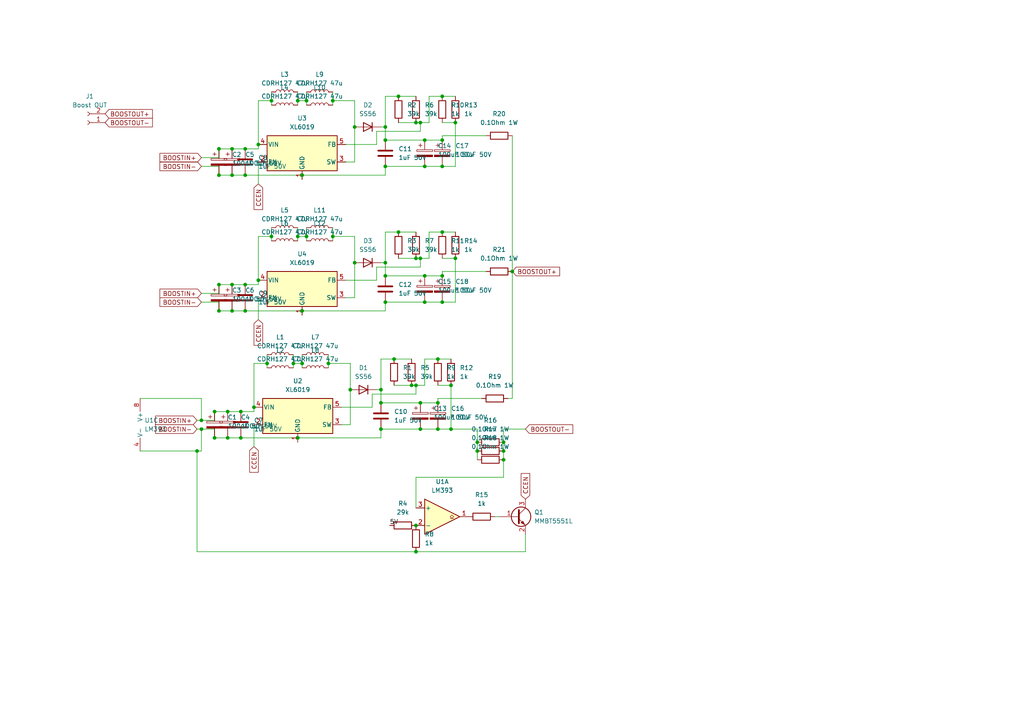
<source format=kicad_sch>
(kicad_sch (version 20230121) (generator eeschema)
  (paper "A4")
  (lib_symbols
    (symbol "Comparator:LM393" (pin_names (offset 0.127))
      (property "Reference" "U" (at 3.81 3.81 0))
      (property "Value" "LM393" (at 6.35 -3.81 0))
      (symbol "LM393_1_1"
        (polyline (pts (xy -5.08 5.08) (xy 5.08 0) (xy -5.08 -5.08) (xy -5.08 5.08)) (stroke (width 0.254)) (fill (type background)))
        (polyline (pts (xy 3.302 -0.508) (xy 2.794 -0.508) (xy 3.302 0) (xy 2.794 0.508) (xy 2.286 0) (xy 2.794 -0.508) (xy 2.286 -0.508)) (stroke (width 0.127)))
        (pin open_collector line (at 7.62 0 180) (length 2.54) (name "~") (number "1"))
        (pin input line (at -7.62 -2.54 0) (length 2.54) (name "-") (number "2"))
        (pin input line (at -7.62 2.54 0) (length 2.54) (name "+") (number "3"))
      )
      (symbol "LM393_2_1"
        (polyline (pts (xy -5.08 5.08) (xy 5.08 0) (xy -5.08 -5.08) (xy -5.08 5.08)) (stroke (width 0.254)) (fill (type background)))
        (polyline (pts (xy 3.302 -0.508) (xy 2.794 -0.508) (xy 3.302 0) (xy 2.794 0.508) (xy 2.286 0) (xy 2.794 -0.508) (xy 2.286 -0.508)) (stroke (width 0.127)))
        (pin input line (at -7.62 2.54 0) (length 2.54) (name "+") (number "5"))
        (pin input line (at -7.62 -2.54 0) (length 2.54) (name "-") (number "6"))
        (pin open_collector line (at 7.62 0 180) (length 2.54) (name "~") (number "7"))
      )
      (symbol "LM393_3_1"
        (pin power_in line (at -2.54 -7.62 90) (length 3.81) (name "V-") (number "4"))
        (pin power_in line (at -2.54 7.62 270) (length 3.81) (name "V+") (number "8"))
      )
    )
    (symbol "Connector:Conn_01x02_Socket" (pin_names (offset 1.016) hide)
      (property "Reference" "J" (at 0 2.54 0))
      (property "Value" "Conn_01x02_Socket" (at 0 -5.08 0))
      (symbol "Conn_01x02_Socket_1_1"
        (arc (start 0 -2.032) (mid -0.5058 -2.54) (end 0 -3.048) (stroke (width 0.1524)))
        (polyline (pts (xy -1.27 -2.54) (xy -0.508 -2.54)) (stroke (width 0.1524)))
        (polyline (pts (xy -1.27 0) (xy -0.508 0)) (stroke (width 0.1524)))
        (arc (start 0 0.508) (mid -0.5058 0) (end 0 -0.508) (stroke (width 0.1524)))
        (pin passive line (at -5.08 0 0) (length 3.81) (name "Pin_1") (number "1"))
        (pin passive line (at -5.08 -2.54 0) (length 3.81) (name "Pin_2") (number "2"))
      )
    )
    (symbol "Device:C" (pin_numbers hide) (pin_names (offset 0.254))
      (property "Reference" "C" (at 0.635 2.54 0))
      (property "Value" "C" (at 0.635 -2.54 0))
      (symbol "C_0_1"
        (polyline (pts (xy -2.032 -0.762) (xy 2.032 -0.762)) (stroke (width 0.508)))
        (polyline (pts (xy -2.032 0.762) (xy 2.032 0.762)) (stroke (width 0.508)))
      )
      (symbol "C_1_1"
        (pin passive line (at 0 3.81 270) (length 2.794) (name "~") (number "1"))
        (pin passive line (at 0 -3.81 90) (length 2.794) (name "~") (number "2"))
      )
    )
    (symbol "Device:C_Polarized" (pin_numbers hide) (pin_names (offset 0.254))
      (property "Reference" "C" (at 0.635 2.54 0))
      (property "Value" "C_Polarized" (at 0.635 -2.54 0))
      (symbol "C_Polarized_0_1"
        (rectangle (start -2.286 0.508) (end 2.286 1.016))
        (polyline (pts (xy -1.778 2.286) (xy -0.762 2.286)))
        (polyline (pts (xy -1.27 2.794) (xy -1.27 1.778)))
        (rectangle (start 2.286 -0.508) (end -2.286 -1.016) (fill (type outline)))
      )
      (symbol "C_Polarized_1_1"
        (pin passive line (at 0 3.81 270) (length 2.794) (name "~") (number "1"))
        (pin passive line (at 0 -3.81 90) (length 2.794) (name "~") (number "2"))
      )
    )
    (symbol "Device:D" (pin_numbers hide) (pin_names (offset 1.016) hide)
      (property "Reference" "D" (at 0 2.54 0))
      (property "Value" "D" (at 0 -2.54 0))
      (symbol "D_0_1"
        (polyline (pts (xy -1.27 1.27) (xy -1.27 -1.27)) (stroke (width 0.254)))
        (polyline (pts (xy 1.27 0) (xy -1.27 0)))
        (polyline (pts (xy 1.27 1.27) (xy 1.27 -1.27) (xy -1.27 0) (xy 1.27 1.27)) (stroke (width 0.254)))
      )
      (symbol "D_1_1"
        (pin passive line (at -3.81 0 0) (length 2.54) (name "K") (number "1"))
        (pin passive line (at 3.81 0 180) (length 2.54) (name "A") (number "2"))
      )
    )
    (symbol "Device:L" (pin_numbers hide) (pin_names (offset 1.016) hide)
      (property "Reference" "L" (at -1.27 0 90))
      (property "Value" "L" (at 1.905 0 90))
      (symbol "L_0_1"
        (arc (start 0 -2.54) (mid 0.6323 -1.905) (end 0 -1.27))
        (arc (start 0 -1.27) (mid 0.6323 -0.635) (end 0 0))
        (arc (start 0 0) (mid 0.6323 0.635) (end 0 1.27))
        (arc (start 0 1.27) (mid 0.6323 1.905) (end 0 2.54))
      )
      (symbol "L_1_1"
        (pin passive line (at 0 3.81 270) (length 1.27) (name "1") (number "1"))
        (pin passive line (at 0 -3.81 90) (length 1.27) (name "2") (number "2"))
      )
    )
    (symbol "Device:R" (pin_numbers hide) (pin_names (offset 0))
      (property "Reference" "R" (at 2.032 0 90))
      (property "Value" "R" (at 0 0 90))
      (symbol "R_0_1"
        (rectangle (start -1.016 -2.54) (end 1.016 2.54) (stroke (width 0.254)))
      )
      (symbol "R_1_1"
        (pin passive line (at 0 3.81 270) (length 1.27) (name "~") (number "1"))
        (pin passive line (at 0 -3.81 90) (length 1.27) (name "~") (number "2"))
      )
    )
    (symbol "LM2576HVS-12_1" (pin_names (offset 0.254))
      (property "Reference" "U4" (at 0 10.16 0))
      (property "Value" "XL6019" (at 0 7.62 0))
      (symbol "LM2576HVS-12_1_0_1"
        (rectangle (start -10.16 5.08) (end 10.16 -5.08) (stroke (width 0.254)) (fill (type background)))
      )
      (symbol "LM2576HVS-12_1_1_1"
        (pin power_in line (at 0 -7.62 90) (length 2.54) (name "GND") (number "1"))
        (pin input line (at -12.7 -2.54 0) (length 2.54) (name "EN") (number "2"))
        (pin output line (at 12.7 -2.54 180) (length 2.54) (name "SW") (number "3"))
        (pin power_in line (at -12.7 2.54 0) (length 2.54) (name "VIN") (number "4"))
        (pin input line (at 12.7 2.54 180) (length 2.54) (name "FB") (number "5"))
      )
    )
    (symbol "Transistor_BJT:MMBT5551L" (pin_names (offset 0) hide)
      (property "Reference" "Q" (at 5.08 1.905 0))
      (property "Value" "MMBT5551L" (at 5.08 0 0))
      (symbol "MMBT5551L_0_1"
        (polyline (pts (xy 0.635 0.635) (xy 2.54 2.54)))
        (polyline (pts (xy 0.635 -0.635) (xy 2.54 -2.54) (xy 2.54 -2.54)))
        (polyline (pts (xy 0.635 1.905) (xy 0.635 -1.905) (xy 0.635 -1.905)) (stroke (width 0.508)))
        (polyline (pts (xy 1.27 -1.778) (xy 1.778 -1.27) (xy 2.286 -2.286) (xy 1.27 -1.778) (xy 1.27 -1.778)) (fill (type outline)))
        (circle (center 1.27 0) (radius 2.8194) (stroke (width 0.254)))
      )
      (symbol "MMBT5551L_1_1"
        (pin input line (at -5.08 0 0) (length 5.715) (name "B") (number "1"))
        (pin passive line (at 2.54 -5.08 90) (length 2.54) (name "E") (number "2"))
        (pin passive line (at 2.54 5.08 270) (length 2.54) (name "C") (number "3"))
      )
    )
  )
  (junction (at 86.36 29.21))
  (junction (at 71.12 90.17))
  (junction (at 101.6 113.03))
  (junction (at 123.19 40.64))
  (junction (at 132.08 35.56))
  (junction (at 71.12 50.8))
  (junction (at 146.05 130.81))
  (junction (at 67.31 50.8))
  (junction (at 120.65 152.4))
  (junction (at 86.36 68.58))
  (junction (at 121.92 35.56))
  (junction (at 62.23 127))
  (junction (at 148.59 78.74))
  (junction (at 111.76 48.26))
  (junction (at 120.65 160.02))
  (junction (at 110.49 116.84))
  (junction (at 71.12 43.18))
  (junction (at 138.43 128.27))
  (junction (at 111.76 40.64))
  (junction (at 86.36 127))
  (junction (at 128.27 27.94))
  (junction (at 120.65 111.76))
  (junction (at 88.9 68.58))
  (junction (at 120.65 74.93))
  (junction (at 66.04 119.38))
  (junction (at 78.74 68.58))
  (junction (at 57.15 130.81))
  (junction (at 58.42 121.92))
  (junction (at 102.87 76.2))
  (junction (at 111.76 87.63))
  (junction (at 120.65 35.56))
  (junction (at 67.31 90.17))
  (junction (at 87.63 90.17))
  (junction (at 127 116.84))
  (junction (at 128.27 87.63))
  (junction (at 67.31 82.55))
  (junction (at 138.43 130.81))
  (junction (at 63.5 43.18))
  (junction (at 95.25 105.41))
  (junction (at 66.04 127))
  (junction (at 127 104.14))
  (junction (at 74.93 81.28))
  (junction (at 96.52 68.58))
  (junction (at 132.08 74.93))
  (junction (at 78.74 29.21))
  (junction (at 123.19 87.63))
  (junction (at 128.27 67.31))
  (junction (at 128.27 48.26))
  (junction (at 102.87 36.83))
  (junction (at 63.5 82.55))
  (junction (at 130.81 124.46))
  (junction (at 128.27 40.64))
  (junction (at 115.57 67.31))
  (junction (at 88.9 29.21))
  (junction (at 71.12 82.55))
  (junction (at 85.09 105.41))
  (junction (at 115.57 27.94))
  (junction (at 146.05 128.27))
  (junction (at 128.27 80.01))
  (junction (at 58.42 124.46))
  (junction (at 69.85 119.38))
  (junction (at 63.5 50.8))
  (junction (at 123.19 48.26))
  (junction (at 96.52 29.21))
  (junction (at 121.92 124.46))
  (junction (at 111.76 80.01))
  (junction (at 110.49 124.46))
  (junction (at 77.47 105.41))
  (junction (at 67.31 43.18))
  (junction (at 87.63 105.41))
  (junction (at 146.05 133.35))
  (junction (at 87.63 50.8))
  (junction (at 123.19 80.01))
  (junction (at 62.23 119.38))
  (junction (at 127 124.46))
  (junction (at 121.92 74.93))
  (junction (at 111.76 36.83))
  (junction (at 119.38 111.76))
  (junction (at 121.92 116.84))
  (junction (at 74.93 41.91))
  (junction (at 110.49 113.03))
  (junction (at 111.76 76.2))
  (junction (at 63.5 90.17))
  (junction (at 73.66 118.11))
  (junction (at 69.85 127))
  (junction (at 130.81 111.76))
  (junction (at 114.3 104.14))
  (wire (pts (xy 120.65 138.43) (xy 146.05 138.43)))
  (wire (pts (xy 77.47 105.41) (xy 73.66 105.41)))
  (wire (pts (xy 67.31 50.8) (xy 71.12 50.8)))
  (wire (pts (xy 88.9 66.04) (xy 88.9 68.58)))
  (wire (pts (xy 121.92 74.93) (xy 124.46 74.93)))
  (wire (pts (xy 102.87 76.2) (xy 102.87 68.58)))
  (wire (pts (xy 130.81 124.46) (xy 127 124.46)))
  (wire (pts (xy 111.76 36.83) (xy 111.76 40.64)))
  (wire (pts (xy 87.63 102.87) (xy 87.63 105.41)))
  (wire (pts (xy 124.46 27.94) (xy 128.27 27.94)))
  (wire (pts (xy 148.59 39.37) (xy 148.59 78.74)))
  (wire (pts (xy 66.04 127) (xy 69.85 127)))
  (wire (pts (xy 100.33 81.28) (xy 109.22 81.28)))
  (wire (pts (xy 87.63 50.8) (xy 111.76 50.8)))
  (wire (pts (xy 121.92 116.84) (xy 127 116.84)))
  (wire (pts (xy 66.04 119.38) (xy 69.85 119.38)))
  (wire (pts (xy 111.76 67.31) (xy 111.76 76.2)))
  (wire (pts (xy 120.65 74.93) (xy 121.92 74.93)))
  (wire (pts (xy 62.23 119.38) (xy 66.04 119.38)))
  (wire (pts (xy 86.36 68.58) (xy 88.9 68.58)))
  (wire (pts (xy 111.76 40.64) (xy 123.19 40.64)))
  (wire (pts (xy 78.74 68.58) (xy 78.74 69.85)))
  (wire (pts (xy 77.47 102.87) (xy 77.47 105.41)))
  (wire (pts (xy 128.27 67.31) (xy 132.08 67.31)))
  (wire (pts (xy 102.87 68.58) (xy 96.52 68.58)))
  (wire (pts (xy 100.33 46.99) (xy 102.87 46.99)))
  (wire (pts (xy 109.22 41.91) (xy 109.22 38.1)))
  (wire (pts (xy 109.22 113.03) (xy 110.49 113.03)))
  (wire (pts (xy 71.12 90.17) (xy 87.63 90.17)))
  (wire (pts (xy 85.09 102.87) (xy 85.09 105.41)))
  (wire (pts (xy 119.38 104.14) (xy 114.3 104.14)))
  (wire (pts (xy 71.12 82.55) (xy 74.93 82.55)))
  (wire (pts (xy 121.92 124.46) (xy 127 124.46)))
  (wire (pts (xy 111.76 87.63) (xy 123.19 87.63)))
  (wire (pts (xy 110.49 104.14) (xy 110.49 113.03)))
  (wire (pts (xy 67.31 43.18) (xy 71.12 43.18)))
  (wire (pts (xy 120.65 27.94) (xy 115.57 27.94)))
  (wire (pts (xy 86.36 29.21) (xy 88.9 29.21)))
  (wire (pts (xy 62.23 127) (xy 66.04 127)))
  (wire (pts (xy 120.65 67.31) (xy 115.57 67.31)))
  (wire (pts (xy 123.19 40.64) (xy 128.27 40.64)))
  (wire (pts (xy 128.27 35.56) (xy 132.08 35.56)))
  (wire (pts (xy 63.5 45.72) (xy 63.5 43.18)))
  (wire (pts (xy 85.09 105.41) (xy 87.63 105.41)))
  (wire (pts (xy 63.5 48.26) (xy 63.5 50.8)))
  (wire (pts (xy 77.47 105.41) (xy 77.47 106.68)))
  (wire (pts (xy 128.27 78.74) (xy 128.27 80.01)))
  (wire (pts (xy 69.85 119.38) (xy 73.66 119.38)))
  (wire (pts (xy 110.49 124.46) (xy 121.92 124.46)))
  (wire (pts (xy 140.97 39.37) (xy 128.27 39.37)))
  (wire (pts (xy 127 104.14) (xy 130.81 104.14)))
  (wire (pts (xy 102.87 36.83) (xy 102.87 29.21)))
  (wire (pts (xy 58.42 130.81) (xy 58.42 124.46)))
  (wire (pts (xy 74.93 86.36) (xy 74.93 92.71)))
  (wire (pts (xy 58.42 87.63) (xy 63.5 87.63)))
  (wire (pts (xy 128.27 27.94) (xy 132.08 27.94)))
  (wire (pts (xy 120.65 114.3) (xy 120.65 111.76)))
  (wire (pts (xy 58.42 124.46) (xy 62.23 124.46)))
  (wire (pts (xy 78.74 68.58) (xy 74.93 68.58)))
  (wire (pts (xy 96.52 66.04) (xy 96.52 68.58)))
  (wire (pts (xy 115.57 74.93) (xy 120.65 74.93)))
  (wire (pts (xy 130.81 111.76) (xy 130.81 124.46)))
  (wire (pts (xy 100.33 86.36) (xy 102.87 86.36)))
  (wire (pts (xy 86.36 127) (xy 110.49 127)))
  (wire (pts (xy 74.93 41.91) (xy 74.93 43.18)))
  (wire (pts (xy 85.09 105.41) (xy 85.09 106.68)))
  (wire (pts (xy 73.66 123.19) (xy 73.66 129.54)))
  (wire (pts (xy 74.93 46.99) (xy 74.93 53.34)))
  (wire (pts (xy 86.36 66.04) (xy 86.36 68.58)))
  (wire (pts (xy 110.49 113.03) (xy 110.49 116.84)))
  (wire (pts (xy 62.23 124.46) (xy 62.23 127)))
  (wire (pts (xy 74.93 29.21) (xy 74.93 41.91)))
  (wire (pts (xy 123.19 80.01) (xy 128.27 80.01)))
  (wire (pts (xy 73.66 118.11) (xy 73.66 119.38)))
  (wire (pts (xy 146.05 133.35) (xy 146.05 138.43)))
  (wire (pts (xy 132.08 87.63) (xy 128.27 87.63)))
  (wire (pts (xy 123.19 111.76) (xy 123.19 104.14)))
  (wire (pts (xy 109.22 77.47) (xy 121.92 77.47)))
  (wire (pts (xy 40.64 130.81) (xy 57.15 130.81)))
  (wire (pts (xy 63.5 82.55) (xy 67.31 82.55)))
  (wire (pts (xy 88.9 29.21) (xy 88.9 30.48)))
  (wire (pts (xy 63.5 50.8) (xy 67.31 50.8)))
  (wire (pts (xy 95.25 105.41) (xy 95.25 106.68)))
  (wire (pts (xy 101.6 123.19) (xy 101.6 113.03)))
  (wire (pts (xy 146.05 124.46) (xy 146.05 128.27)))
  (wire (pts (xy 101.6 113.03) (xy 101.6 105.41)))
  (wire (pts (xy 78.74 26.67) (xy 78.74 29.21)))
  (wire (pts (xy 128.27 74.93) (xy 132.08 74.93)))
  (wire (pts (xy 78.74 29.21) (xy 78.74 30.48)))
  (wire (pts (xy 100.33 41.91) (xy 109.22 41.91)))
  (wire (pts (xy 87.63 105.41) (xy 87.63 106.68)))
  (wire (pts (xy 121.92 35.56) (xy 124.46 35.56)))
  (wire (pts (xy 120.65 147.32) (xy 120.65 138.43)))
  (wire (pts (xy 110.49 36.83) (xy 111.76 36.83)))
  (wire (pts (xy 114.3 111.76) (xy 119.38 111.76)))
  (wire (pts (xy 123.19 104.14) (xy 127 104.14)))
  (wire (pts (xy 110.49 116.84) (xy 121.92 116.84)))
  (wire (pts (xy 121.92 38.1) (xy 121.92 35.56)))
  (wire (pts (xy 111.76 48.26) (xy 111.76 50.8)))
  (wire (pts (xy 119.38 111.76) (xy 120.65 111.76)))
  (wire (pts (xy 152.4 124.46) (xy 146.05 124.46)))
  (wire (pts (xy 115.57 35.56) (xy 120.65 35.56)))
  (wire (pts (xy 95.25 102.87) (xy 95.25 105.41)))
  (wire (pts (xy 96.52 26.67) (xy 96.52 29.21)))
  (wire (pts (xy 124.46 67.31) (xy 128.27 67.31)))
  (wire (pts (xy 111.76 80.01) (xy 123.19 80.01)))
  (wire (pts (xy 57.15 124.46) (xy 58.42 124.46)))
  (wire (pts (xy 110.49 76.2) (xy 111.76 76.2)))
  (wire (pts (xy 107.95 118.11) (xy 107.95 114.3)))
  (wire (pts (xy 109.22 81.28) (xy 109.22 77.47)))
  (wire (pts (xy 111.76 48.26) (xy 123.19 48.26)))
  (wire (pts (xy 124.46 74.93) (xy 124.46 67.31)))
  (wire (pts (xy 71.12 43.18) (xy 74.93 43.18)))
  (wire (pts (xy 58.42 121.92) (xy 62.23 121.92)))
  (wire (pts (xy 143.51 149.86) (xy 144.78 149.86)))
  (wire (pts (xy 110.49 124.46) (xy 110.49 127)))
  (wire (pts (xy 130.81 124.46) (xy 138.43 124.46)))
  (wire (pts (xy 67.31 90.17) (xy 71.12 90.17)))
  (wire (pts (xy 69.85 127) (xy 86.36 127)))
  (wire (pts (xy 139.7 115.57) (xy 127 115.57)))
  (wire (pts (xy 63.5 90.17) (xy 67.31 90.17)))
  (wire (pts (xy 58.42 85.09) (xy 63.5 85.09)))
  (wire (pts (xy 127 115.57) (xy 127 116.84)))
  (wire (pts (xy 96.52 68.58) (xy 96.52 69.85)))
  (wire (pts (xy 101.6 105.41) (xy 95.25 105.41)))
  (wire (pts (xy 120.65 160.02) (xy 57.15 160.02)))
  (wire (pts (xy 124.46 35.56) (xy 124.46 27.94)))
  (wire (pts (xy 115.57 27.94) (xy 111.76 27.94)))
  (wire (pts (xy 123.19 48.26) (xy 128.27 48.26)))
  (wire (pts (xy 102.87 86.36) (xy 102.87 76.2)))
  (wire (pts (xy 96.52 29.21) (xy 96.52 30.48)))
  (wire (pts (xy 111.76 76.2) (xy 111.76 80.01)))
  (wire (pts (xy 63.5 87.63) (xy 63.5 90.17)))
  (wire (pts (xy 58.42 48.26) (xy 63.5 48.26)))
  (wire (pts (xy 57.15 121.92) (xy 58.42 121.92)))
  (wire (pts (xy 148.59 115.57) (xy 147.32 115.57)))
  (wire (pts (xy 73.66 105.41) (xy 73.66 118.11)))
  (wire (pts (xy 111.76 27.94) (xy 111.76 36.83)))
  (wire (pts (xy 71.12 50.8) (xy 87.63 50.8)))
  (wire (pts (xy 86.36 127) (xy 86.36 128.27)))
  (wire (pts (xy 78.74 29.21) (xy 74.93 29.21)))
  (wire (pts (xy 111.76 87.63) (xy 111.76 90.17)))
  (wire (pts (xy 87.63 90.17) (xy 111.76 90.17)))
  (wire (pts (xy 123.19 87.63) (xy 128.27 87.63)))
  (wire (pts (xy 87.63 90.17) (xy 87.63 91.44)))
  (wire (pts (xy 127 111.76) (xy 130.81 111.76)))
  (wire (pts (xy 146.05 130.81) (xy 146.05 133.35)))
  (wire (pts (xy 138.43 130.81) (xy 138.43 133.35)))
  (wire (pts (xy 78.74 66.04) (xy 78.74 68.58)))
  (wire (pts (xy 58.42 115.57) (xy 58.42 121.92)))
  (wire (pts (xy 57.15 160.02) (xy 57.15 130.81)))
  (wire (pts (xy 120.65 35.56) (xy 121.92 35.56)))
  (wire (pts (xy 102.87 29.21) (xy 96.52 29.21)))
  (wire (pts (xy 140.97 78.74) (xy 128.27 78.74)))
  (wire (pts (xy 99.06 118.11) (xy 107.95 118.11)))
  (wire (pts (xy 86.36 26.67) (xy 86.36 29.21)))
  (wire (pts (xy 102.87 46.99) (xy 102.87 36.83)))
  (wire (pts (xy 115.57 67.31) (xy 111.76 67.31)))
  (wire (pts (xy 138.43 128.27) (xy 138.43 130.81)))
  (wire (pts (xy 121.92 77.47) (xy 121.92 74.93)))
  (wire (pts (xy 87.63 50.8) (xy 87.63 52.07)))
  (wire (pts (xy 107.95 114.3) (xy 120.65 114.3)))
  (wire (pts (xy 62.23 121.92) (xy 62.23 119.38)))
  (wire (pts (xy 88.9 26.67) (xy 88.9 29.21)))
  (wire (pts (xy 152.4 160.02) (xy 120.65 160.02)))
  (wire (pts (xy 120.65 111.76) (xy 123.19 111.76)))
  (wire (pts (xy 86.36 29.21) (xy 86.36 30.48)))
  (wire (pts (xy 132.08 48.26) (xy 128.27 48.26)))
  (wire (pts (xy 74.93 68.58) (xy 74.93 81.28)))
  (wire (pts (xy 88.9 68.58) (xy 88.9 69.85)))
  (wire (pts (xy 152.4 154.94) (xy 152.4 160.02)))
  (wire (pts (xy 132.08 74.93) (xy 132.08 87.63)))
  (wire (pts (xy 148.59 78.74) (xy 148.59 115.57)))
  (wire (pts (xy 57.15 130.81) (xy 58.42 130.81)))
  (wire (pts (xy 114.3 104.14) (xy 110.49 104.14)))
  (wire (pts (xy 146.05 128.27) (xy 146.05 130.81)))
  (wire (pts (xy 58.42 45.72) (xy 63.5 45.72)))
  (wire (pts (xy 138.43 124.46) (xy 138.43 128.27)))
  (wire (pts (xy 109.22 38.1) (xy 121.92 38.1)))
  (wire (pts (xy 128.27 39.37) (xy 128.27 40.64)))
  (wire (pts (xy 63.5 85.09) (xy 63.5 82.55)))
  (wire (pts (xy 40.64 115.57) (xy 58.42 115.57)))
  (wire (pts (xy 132.08 35.56) (xy 132.08 48.26)))
  (wire (pts (xy 74.93 81.28) (xy 74.93 82.55)))
  (wire (pts (xy 86.36 68.58) (xy 86.36 69.85)))
  (wire (pts (xy 63.5 43.18) (xy 67.31 43.18)))
  (wire (pts (xy 99.06 123.19) (xy 101.6 123.19)))
  (wire (pts (xy 67.31 82.55) (xy 71.12 82.55)))
  (label "5V" (at 113.03 152.4 0))
  (global_label "CCEN" (shape input) (at 74.93 53.34 270) (property "Intersheetrefs" "${INTERSHEET_REFS}" (effects hide)))
  (global_label "BOOSTIN-" (shape input) (at 57.15 124.46 180) (property "Intersheetrefs" "${INTERSHEET_REFS}" (effects hide)))
  (global_label "CCEN" (shape input) (at 74.93 92.71 270) (property "Intersheetrefs" "${INTERSHEET_REFS}" (effects hide)))
  (global_label "BOOSTIN-" (shape input) (at 58.42 48.26 180) (property "Intersheetrefs" "${INTERSHEET_REFS}" (effects hide)))
  (global_label "BOOSTOUT-" (shape input) (at 30.48 35.56 0) (property "Intersheetrefs" "${INTERSHEET_REFS}" (effects hide)))
  (global_label "BOOSTIN+" (shape input) (at 57.15 121.92 180) (property "Intersheetrefs" "${INTERSHEET_REFS}" (effects hide)))
  (global_label "BOOSTIN-" (shape input) (at 58.42 87.63 180) (property "Intersheetrefs" "${INTERSHEET_REFS}" (effects hide)))
  (global_label "BOOSTIN+" (shape input) (at 58.42 45.72 180) (property "Intersheetrefs" "${INTERSHEET_REFS}" (effects hide)))
  (global_label "BOOSTOUT-" (shape input) (at 152.4 124.46 0) (property "Intersheetrefs" "${INTERSHEET_REFS}" (effects hide)))
  (global_label "BOOSTOUT+" (shape input) (at 30.48 33.02 0) (property "Intersheetrefs" "${INTERSHEET_REFS}" (effects hide)))
  (global_label "CCEN" (shape input) (at 152.4 144.78 90) (property "Intersheetrefs" "${INTERSHEET_REFS}" (effects hide)))
  (global_label "BOOSTIN+" (shape input) (at 58.42 85.09 180) (property "Intersheetrefs" "${INTERSHEET_REFS}" (effects hide)))
  (global_label "CCEN" (shape input) (at 73.66 129.54 270) (property "Intersheetrefs" "${INTERSHEET_REFS}" (effects hide)))
  (global_label "BOOSTOUT+" (shape input) (at 148.59 78.74 0) (property "Intersheetrefs" "${INTERSHEET_REFS}" (effects hide)))
  (symbol (lib_id "Device:R") (at 120.65 31.75 0) (unit 1)
    (property "Reference" "R6" (at 123.19 30.48 0) (effects (justify left)))
    (property "Value" "39k" (at 123.19 33.02 0) (effects (justify left)))
    (property "Footprint" "Resistor_SMD:R_0805_2012Metric_Pad1.20x1.40mm_HandSolder" (effects hide))
  )
  (symbol (lib_id "Device:L") (at 82.55 26.67 90) (unit 1)
    (property "Reference" "L3" (at 82.55 21.59 90))
    (property "Value" "CDRH127 47u" (at 82.55 24.13 90))
    (property "Footprint" "Inductor_SMD:L_12x12mm_H8mm" (effects hide))
  )
  (symbol (lib_id "Device:C_Polarized") (at 128.27 44.45 0) (unit 1)
    (property "Reference" "C17" (at 132.08 42.291 0) (effects (justify left)))
    (property "Value" "100uF 50V" (at 132.08 44.831 0) (effects (justify left)))
    (property "Footprint" "Capacitor_SMD:CP_Elec_8x10.5" (effects hide))
  )
  (symbol (lib_id "Device:C_Polarized") (at 67.31 46.99 0) (unit 1)
    (property "Reference" "C5" (at 71.12 44.831 0) (effects (justify left)))
    (property "Value" "100uF 50V" (at 71.12 47.371 0) (effects (justify left)))
    (property "Footprint" "Capacitor_SMD:CP_Elec_8x10.5" (effects hide))
  )
  (symbol (lib_id "Device:L") (at 92.71 69.85 90) (unit 1)
    (property "Reference" "L12" (at 92.71 64.77 90))
    (property "Value" "CDRH127 47u" (at 92.71 67.31 90))
    (property "Footprint" "Inductor_SMD:L_12x12mm_H8mm" (effects hide))
  )
  (symbol (lib_id "Device:C") (at 71.12 86.36 0) (unit 1)
    (property "Reference" "C9" (at 74.93 85.09 0) (effects (justify left)))
    (property "Value" "1uF 50V" (at 74.93 87.63 0) (effects (justify left)))
    (property "Footprint" "Capacitor_SMD:C_0805_2012Metric_Pad1.18x1.45mm_HandSolder" (effects hide))
  )
  (symbol (lib_id "Device:L") (at 92.71 26.67 90) (unit 1)
    (property "Reference" "L9" (at 92.71 21.59 90))
    (property "Value" "CDRH127 47u" (at 92.71 24.13 90))
    (property "Footprint" "Inductor_SMD:L_12x12mm_H8mm" (effects hide))
  )
  (symbol (lib_id "Device:C_Polarized") (at 67.31 86.36 0) (unit 1)
    (property "Reference" "C6" (at 71.12 84.201 0) (effects (justify left)))
    (property "Value" "100uF 50V" (at 71.12 86.741 0) (effects (justify left)))
    (property "Footprint" "Capacitor_SMD:CP_Elec_8x10.5" (effects hide))
  )
  (symbol (lib_id "Device:R") (at 128.27 31.75 0) (unit 1)
    (property "Reference" "R10" (at 130.81 30.48 0) (effects (justify left)))
    (property "Value" "1k" (at 130.81 33.02 0) (effects (justify left)))
    (property "Footprint" "Resistor_SMD:R_0805_2012Metric_Pad1.20x1.40mm_HandSolder" (effects hide))
  )
  (symbol (lib_id "Device:C") (at 69.85 123.19 0) (unit 1)
    (property "Reference" "C7" (at 73.66 121.92 0) (effects (justify left)))
    (property "Value" "1uF 50V" (at 73.66 124.46 0) (effects (justify left)))
    (property "Footprint" "Capacitor_SMD:C_0805_2012Metric_Pad1.18x1.45mm_HandSolder" (effects hide))
  )
  (symbol (lib_id "Device:D") (at 106.68 76.2 180) (unit 1)
    (property "Reference" "D3" (at 106.68 69.85 0))
    (property "Value" "SS56" (at 106.68 72.39 0))
    (property "Footprint" "Diode_SMD:D_SMC" (effects hide))
    (property "Sim.Device" "D" (effects hide))
    (property "Sim.Pins" "1=K 2=A" (effects hide))
  )
  (symbol (lib_name "LM2576HVS-12_1") (lib_id "Regulator_Switching:LM2576HVS-12") (at 87.63 44.45 0) (unit 1)
    (property "Reference" "U3" (at 87.63 34.29 0))
    (property "Value" "XL6019" (at 87.63 36.83 0))
    (property "Footprint" "Package_TO_SOT_SMD:TO-263-5_TabPin3" (effects hide))
    (property "Datasheet" "http://www.kosmodrom.com.ua/pdf/XL6019E1.pdf" (effects hide))
  )
  (symbol (lib_id "Comparator:LM393") (at 128.27 149.86 0) (unit 1)
    (property "Reference" "U1" (at 128.27 139.7 0))
    (property "Value" "LM393" (at 128.27 142.24 0))
    (property "Footprint" "Package_SO:SOIC-8-1EP_3.9x4.9mm_P1.27mm_EP2.29x3mm" (effects hide))
    (property "Datasheet" "http://www.ti.com/lit/ds/symlink/lm393.pdf" (effects hide))
  )
  (symbol (lib_id "Device:C_Polarized") (at 63.5 46.99 0) (unit 1)
    (property "Reference" "C2" (at 67.31 44.831 0) (effects (justify left)))
    (property "Value" "100uF 50V" (at 67.31 47.371 0) (effects (justify left)))
    (property "Footprint" "Capacitor_SMD:CP_Elec_8x10.5" (effects hide))
  )
  (symbol (lib_id "Device:D") (at 105.41 113.03 180) (unit 1)
    (property "Reference" "D1" (at 105.41 106.68 0))
    (property "Value" "SS56" (at 105.41 109.22 0))
    (property "Footprint" "Diode_SMD:D_SMC" (effects hide))
    (property "Sim.Device" "D" (effects hide))
    (property "Sim.Pins" "1=K 2=A" (effects hide))
  )
  (symbol (lib_id "Device:R") (at 144.78 39.37 90) (unit 1)
    (property "Reference" "R20" (at 144.78 33.02 90))
    (property "Value" "0.1Ohm 1W" (at 144.78 35.56 90))
    (property "Footprint" "Resistor_SMD:R_2512_6332Metric_Pad1.40x3.35mm_HandSolder" (effects hide))
  )
  (symbol (lib_id "Connector:Conn_01x02_Socket") (at 25.4 35.56 180) (unit 1)
    (property "Reference" "J1" (at 26.035 27.94 0))
    (property "Value" "Boost OUT" (at 26.035 30.48 0))
    (property "Footprint" "Connector_Phoenix_MC_HighVoltage:PhoenixContact_MCV_1,5_2-G-5.08_1x02_P5.08mm_Vertical" (effects hide))
  )
  (symbol (lib_id "Device:R") (at 132.08 71.12 0) (unit 1)
    (property "Reference" "R14" (at 134.62 69.85 0) (effects (justify left)))
    (property "Value" "1k" (at 134.62 72.39 0) (effects (justify left)))
    (property "Footprint" "Resistor_SMD:R_0805_2012Metric_Pad1.20x1.40mm_HandSolder" (effects hide))
  )
  (symbol (lib_id "Device:D") (at 106.68 36.83 180) (unit 1)
    (property "Reference" "D2" (at 106.68 30.48 0))
    (property "Value" "SS56" (at 106.68 33.02 0))
    (property "Footprint" "Diode_SMD:D_SMC" (effects hide))
    (property "Sim.Device" "D" (effects hide))
    (property "Sim.Pins" "1=K 2=A" (effects hide))
  )
  (symbol (lib_id "Device:L") (at 92.71 66.04 90) (unit 1)
    (property "Reference" "L11" (at 92.71 60.96 90))
    (property "Value" "CDRH127 47u" (at 92.71 63.5 90))
    (property "Footprint" "Inductor_SMD:L_12x12mm_H8mm" (effects hide))
  )
  (symbol (lib_id "Device:R") (at 142.24 133.35 90) (unit 1)
    (property "Reference" "R18" (at 142.24 127 90))
    (property "Value" "0.1Ohm 1W" (at 142.24 129.54 90))
    (property "Footprint" "Resistor_SMD:R_2512_6332Metric_Pad1.40x3.35mm_HandSolder" (effects hide))
  )
  (symbol (lib_id "Device:R") (at 142.24 128.27 90) (unit 1)
    (property "Reference" "R16" (at 142.24 121.92 90))
    (property "Value" "0.1Ohm 1W" (at 142.24 124.46 90))
    (property "Footprint" "Resistor_SMD:R_2512_6332Metric_Pad1.40x3.35mm_HandSolder" (effects hide))
  )
  (symbol (lib_id "Device:R") (at 142.24 130.81 90) (unit 1)
    (property "Reference" "R17" (at 142.24 124.46 90))
    (property "Value" "0.1Ohm 1W" (at 142.24 127 90))
    (property "Footprint" "Resistor_SMD:R_2512_6332Metric_Pad1.40x3.35mm_HandSolder" (effects hide))
  )
  (symbol (lib_id "Device:C") (at 111.76 83.82 0) (unit 1)
    (property "Reference" "C12" (at 115.57 82.55 0) (effects (justify left)))
    (property "Value" "1uF 50V" (at 115.57 85.09 0) (effects (justify left)))
    (property "Footprint" "Capacitor_SMD:C_0805_2012Metric_Pad1.18x1.45mm_HandSolder" (effects hide))
  )
  (symbol (lib_id "Device:R") (at 120.65 71.12 0) (unit 1)
    (property "Reference" "R7" (at 123.19 69.85 0) (effects (justify left)))
    (property "Value" "39k" (at 123.19 72.39 0) (effects (justify left)))
    (property "Footprint" "Resistor_SMD:R_0805_2012Metric_Pad1.20x1.40mm_HandSolder" (effects hide))
  )
  (symbol (lib_id "Comparator:LM393") (at 43.18 123.19 0) (unit 3)
    (property "Reference" "U1" (at 41.91 121.92 0) (effects (justify left)))
    (property "Value" "LM393" (at 41.91 124.46 0) (effects (justify left)))
    (property "Footprint" "Package_SO:SOIC-8-1EP_3.9x4.9mm_P1.27mm_EP2.29x3mm" (effects hide))
    (property "Datasheet" "http://www.ti.com/lit/ds/symlink/lm393.pdf" (effects hide))
  )
  (symbol (lib_id "Device:L") (at 82.55 69.85 90) (unit 1)
    (property "Reference" "L6" (at 82.55 64.77 90))
    (property "Value" "CDRH127 47u" (at 82.55 67.31 90))
    (property "Footprint" "Inductor_SMD:L_12x12mm_H8mm" (effects hide))
  )
  (symbol (lib_name "LM2576HVS-12_1") (lib_id "Regulator_Switching:LM2576HVS-12") (at 87.63 83.82 0) (unit 1)
    (property "Reference" "U4" (at 87.63 73.66 0))
    (property "Value" "XL6019" (at 87.63 76.2 0))
    (property "Footprint" "Package_TO_SOT_SMD:TO-263-5_TabPin3" (effects hide))
    (property "Datasheet" "http://www.kosmodrom.com.ua/pdf/XL6019E1.pdf" (effects hide))
  )
  (symbol (lib_id "Device:L") (at 91.44 102.87 90) (unit 1)
    (property "Reference" "L7" (at 91.44 97.79 90))
    (property "Value" "CDRH127 47u" (at 91.44 100.33 90))
    (property "Footprint" "Inductor_SMD:L_12x12mm_H8mm" (effects hide))
  )
  (symbol (lib_id "Device:R") (at 132.08 31.75 0) (unit 1)
    (property "Reference" "R13" (at 134.62 30.48 0) (effects (justify left)))
    (property "Value" "1k" (at 134.62 33.02 0) (effects (justify left)))
    (property "Footprint" "Resistor_SMD:R_0805_2012Metric_Pad1.20x1.40mm_HandSolder" (effects hide))
  )
  (symbol (lib_id "Device:R") (at 144.78 78.74 90) (unit 1)
    (property "Reference" "R21" (at 144.78 72.39 90))
    (property "Value" "0.1Ohm 1W" (at 144.78 74.93 90))
    (property "Footprint" "Resistor_SMD:R_2512_6332Metric_Pad1.40x3.35mm_HandSolder" (effects hide))
  )
  (symbol (lib_id "Device:L") (at 82.55 66.04 90) (unit 1)
    (property "Reference" "L5" (at 82.55 60.96 90))
    (property "Value" "CDRH127 47u" (at 82.55 63.5 90))
    (property "Footprint" "Inductor_SMD:L_12x12mm_H8mm" (effects hide))
  )
  (symbol (lib_id "Device:C_Polarized") (at 123.19 44.45 0) (unit 1)
    (property "Reference" "C14" (at 127 42.291 0) (effects (justify left)))
    (property "Value" "100uF 50V" (at 127 44.831 0) (effects (justify left)))
    (property "Footprint" "Capacitor_SMD:CP_Elec_8x10.5" (effects hide))
  )
  (symbol (lib_id "Device:R") (at 115.57 71.12 0) (unit 1)
    (property "Reference" "R3" (at 118.11 69.85 0) (effects (justify left)))
    (property "Value" "39k" (at 118.11 72.39 0) (effects (justify left)))
    (property "Footprint" "Resistor_SMD:R_0805_2012Metric_Pad1.20x1.40mm_HandSolder" (effects hide))
  )
  (symbol (lib_id "Device:C_Polarized") (at 121.92 120.65 0) (unit 1)
    (property "Reference" "C13" (at 125.73 118.491 0) (effects (justify left)))
    (property "Value" "100uF 50V" (at 125.73 121.031 0) (effects (justify left)))
    (property "Footprint" "Capacitor_SMD:CP_Elec_8x10.5" (effects hide))
  )
  (symbol (lib_id "Device:R") (at 128.27 71.12 0) (unit 1)
    (property "Reference" "R11" (at 130.81 69.85 0) (effects (justify left)))
    (property "Value" "1k" (at 130.81 72.39 0) (effects (justify left)))
    (property "Footprint" "Resistor_SMD:R_0805_2012Metric_Pad1.20x1.40mm_HandSolder" (effects hide))
  )
  (symbol (lib_id "Device:C_Polarized") (at 63.5 86.36 0) (unit 1)
    (property "Reference" "C3" (at 67.31 84.201 0) (effects (justify left)))
    (property "Value" "100uF 50V" (at 67.31 86.741 0) (effects (justify left)))
    (property "Footprint" "Capacitor_SMD:CP_Elec_8x10.5" (effects hide))
  )
  (symbol (lib_id "Device:R") (at 130.81 107.95 0) (unit 1)
    (property "Reference" "R12" (at 133.35 106.68 0) (effects (justify left)))
    (property "Value" "1k" (at 133.35 109.22 0) (effects (justify left)))
    (property "Footprint" "Resistor_SMD:R_0805_2012Metric_Pad1.20x1.40mm_HandSolder" (effects hide))
  )
  (symbol (lib_id "Device:C_Polarized") (at 123.19 83.82 0) (unit 1)
    (property "Reference" "C15" (at 127 81.661 0) (effects (justify left)))
    (property "Value" "100uF 50V" (at 127 84.201 0) (effects (justify left)))
    (property "Footprint" "Capacitor_SMD:CP_Elec_8x10.5" (effects hide))
  )
  (symbol (lib_id "Device:R") (at 120.65 156.21 0) (unit 1)
    (property "Reference" "R8" (at 123.19 154.94 0) (effects (justify left)))
    (property "Value" "1k" (at 123.19 157.48 0) (effects (justify left)))
    (property "Footprint" "Resistor_SMD:R_0805_2012Metric_Pad1.20x1.40mm_HandSolder" (effects hide))
  )
  (symbol (lib_id "Transistor_BJT:MMBT5551L") (at 149.86 149.86 0) (unit 1)
    (property "Reference" "Q1" (at 154.94 148.59 0) (effects (justify left)))
    (property "Value" "MMBT5551L" (at 154.94 151.13 0) (effects (justify left)))
    (property "Footprint" "Package_TO_SOT_SMD:SOT-23" (effects hide))
    (property "Datasheet" "www.onsemi.com/pub/Collateral/MMBT5550LT1-D.PDF" (effects hide))
  )
  (symbol (lib_id "Device:R") (at 119.38 107.95 0) (unit 1)
    (property "Reference" "R5" (at 121.92 106.68 0) (effects (justify left)))
    (property "Value" "39k" (at 121.92 109.22 0) (effects (justify left)))
    (property "Footprint" "Resistor_SMD:R_0805_2012Metric_Pad1.20x1.40mm_HandSolder" (effects hide))
  )
  (symbol (lib_id "Device:L") (at 81.28 106.68 90) (unit 1)
    (property "Reference" "L2" (at 81.28 101.6 90))
    (property "Value" "CDRH127 47u" (at 81.28 104.14 90))
    (property "Footprint" "Inductor_SMD:L_12x12mm_H8mm" (effects hide))
  )
  (symbol (lib_id "Device:L") (at 91.44 106.68 90) (unit 1)
    (property "Reference" "L8" (at 91.44 101.6 90))
    (property "Value" "CDRH127 47u" (at 91.44 104.14 90))
    (property "Footprint" "Inductor_SMD:L_12x12mm_H8mm" (effects hide))
  )
  (symbol (lib_id "Device:L") (at 92.71 30.48 90) (unit 1)
    (property "Reference" "L10" (at 92.71 25.4 90))
    (property "Value" "CDRH127 47u" (at 92.71 27.94 90))
    (property "Footprint" "Inductor_SMD:L_12x12mm_H8mm" (effects hide))
  )
  (symbol (lib_id "Device:C") (at 71.12 46.99 0) (unit 1)
    (property "Reference" "C8" (at 74.93 45.72 0) (effects (justify left)))
    (property "Value" "1uF 50V" (at 74.93 48.26 0) (effects (justify left)))
    (property "Footprint" "Capacitor_SMD:C_0805_2012Metric_Pad1.18x1.45mm_HandSolder" (effects hide))
  )
  (symbol (lib_id "Device:C_Polarized") (at 66.04 123.19 0) (unit 1)
    (property "Reference" "C4" (at 69.85 121.031 0) (effects (justify left)))
    (property "Value" "100uF 50V" (at 69.85 123.571 0) (effects (justify left)))
    (property "Footprint" "Capacitor_SMD:CP_Elec_8x10.5" (effects hide))
  )
  (symbol (lib_id "Device:C_Polarized") (at 127 120.65 0) (unit 1)
    (property "Reference" "C16" (at 130.81 118.491 0) (effects (justify left)))
    (property "Value" "100uF 50V" (at 130.81 121.031 0) (effects (justify left)))
    (property "Footprint" "Capacitor_SMD:CP_Elec_8x10.5" (effects hide))
  )
  (symbol (lib_id "Device:R") (at 127 107.95 0) (unit 1)
    (property "Reference" "R9" (at 129.54 106.68 0) (effects (justify left)))
    (property "Value" "1k" (at 129.54 109.22 0) (effects (justify left)))
    (property "Footprint" "Resistor_SMD:R_0805_2012Metric_Pad1.20x1.40mm_HandSolder" (effects hide))
  )
  (symbol (lib_id "Device:C_Polarized") (at 62.23 123.19 0) (unit 1)
    (property "Reference" "C1" (at 66.04 121.031 0) (effects (justify left)))
    (property "Value" "100uF 50V" (at 66.04 123.571 0) (effects (justify left)))
    (property "Footprint" "Capacitor_SMD:CP_Elec_8x10.5" (effects hide))
  )
  (symbol (lib_name "LM2576HVS-12_1") (lib_id "Regulator_Switching:LM2576HVS-12") (at 86.36 120.65 0) (unit 1)
    (property "Reference" "U2" (at 86.36 110.49 0))
    (property "Value" "XL6019" (at 86.36 113.03 0))
    (property "Footprint" "Package_TO_SOT_SMD:TO-263-5_TabPin3" (effects hide))
    (property "Datasheet" "http://www.kosmodrom.com.ua/pdf/XL6019E1.pdf" (effects hide))
  )
  (symbol (lib_id "Device:C_Polarized") (at 128.27 83.82 0) (unit 1)
    (property "Reference" "C18" (at 132.08 81.661 0) (effects (justify left)))
    (property "Value" "100uF 50V" (at 132.08 84.201 0) (effects (justify left)))
    (property "Footprint" "Capacitor_SMD:CP_Elec_8x10.5" (effects hide))
  )
  (symbol (lib_id "Device:R") (at 116.84 152.4 90) (unit 1)
    (property "Reference" "R4" (at 116.84 146.05 90))
    (property "Value" "29k" (at 116.84 148.59 90))
    (property "Footprint" "Resistor_SMD:R_0805_2012Metric_Pad1.20x1.40mm_HandSolder" (effects hide))
  )
  (symbol (lib_id "Device:L") (at 81.28 102.87 90) (unit 1)
    (property "Reference" "L1" (at 81.28 97.79 90))
    (property "Value" "CDRH127 47u" (at 81.28 100.33 90))
    (property "Footprint" "Inductor_SMD:L_12x12mm_H8mm" (effects hide))
  )
  (symbol (lib_id "Device:R") (at 143.51 115.57 90) (unit 1)
    (property "Reference" "R19" (at 143.51 109.22 90))
    (property "Value" "0.1Ohm 1W" (at 143.51 111.76 90))
    (property "Footprint" "Resistor_SMD:R_2512_6332Metric_Pad1.40x3.35mm_HandSolder" (effects hide))
  )
  (symbol (lib_id "Device:C") (at 111.76 44.45 0) (unit 1)
    (property "Reference" "C11" (at 115.57 43.18 0) (effects (justify left)))
    (property "Value" "1uF 50V" (at 115.57 45.72 0) (effects (justify left)))
    (property "Footprint" "Capacitor_SMD:C_0805_2012Metric_Pad1.18x1.45mm_HandSolder" (effects hide))
  )
  (symbol (lib_id "Device:R") (at 115.57 31.75 0) (unit 1)
    (property "Reference" "R2" (at 118.11 30.48 0) (effects (justify left)))
    (property "Value" "39k" (at 118.11 33.02 0) (effects (justify left)))
    (property "Footprint" "Resistor_SMD:R_0805_2012Metric_Pad1.20x1.40mm_HandSolder" (effects hide))
  )
  (symbol (lib_id "Device:C") (at 110.49 120.65 0) (unit 1)
    (property "Reference" "C10" (at 114.3 119.38 0) (effects (justify left)))
    (property "Value" "1uF 50V" (at 114.3 121.92 0) (effects (justify left)))
    (property "Footprint" "Capacitor_SMD:C_0805_2012Metric_Pad1.18x1.45mm_HandSolder" (effects hide))
  )
  (symbol (lib_id "Device:R") (at 114.3 107.95 0) (unit 1)
    (property "Reference" "R1" (at 116.84 106.68 0) (effects (justify left)))
    (property "Value" "39k" (at 116.84 109.22 0) (effects (justify left)))
    (property "Footprint" "Resistor_SMD:R_0805_2012Metric_Pad1.20x1.40mm_HandSolder" (effects hide))
  )
  (symbol (lib_id "Device:R") (at 139.7 149.86 90) (unit 1)
    (property "Reference" "R15" (at 139.7 143.51 90))
    (property "Value" "1k" (at 139.7 146.05 90))
    (property "Footprint" "Resistor_SMD:R_0805_2012Metric_Pad1.20x1.40mm_HandSolder" (effects hide))
  )
  (symbol (lib_id "Device:L") (at 82.55 30.48 90) (unit 1)
    (property "Reference" "L4" (at 82.55 25.4 90))
    (property "Value" "CDRH127 47u" (at 82.55 27.94 90))
    (property "Footprint" "Inductor_SMD:L_12x12mm_H8mm" (effects hide))
  )
)
</source>
